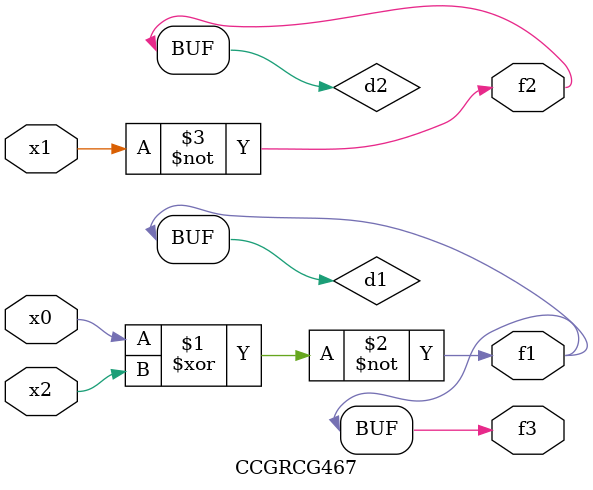
<source format=v>
module CCGRCG467(
	input x0, x1, x2,
	output f1, f2, f3
);

	wire d1, d2, d3;

	xnor (d1, x0, x2);
	nand (d2, x1);
	nor (d3, x1, x2);
	assign f1 = d1;
	assign f2 = d2;
	assign f3 = d1;
endmodule

</source>
